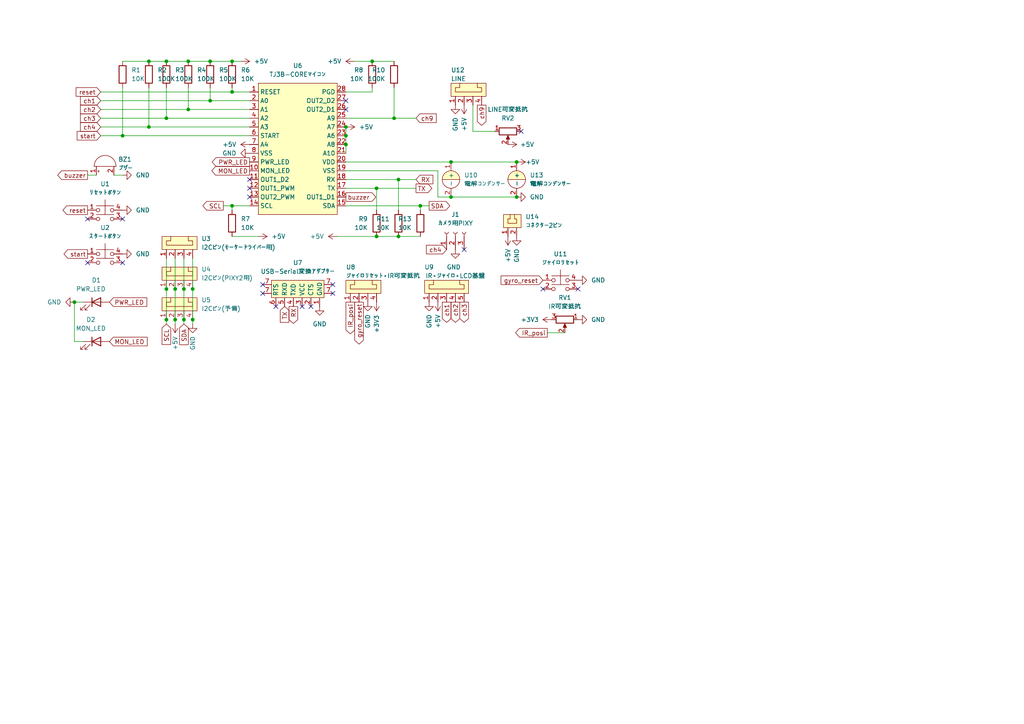
<source format=kicad_sch>
(kicad_sch (version 20211123) (generator eeschema)
  (paper "A4")
  (lib_symbols
    (symbol "Connector:Conn_01x03_Female" (pin_names (offset 1.016) hide)
      (property "Reference" "J" (at 0 5.08 0))
      (property "Value" "Conn_01x03_Female" (at 0 -5.08 0))
      (symbol "Conn_01x03_Female_1_1"
        (arc (start 0 -2.032) (mid -0.508 -2.54) (end 0 -3.048) (stroke (width 0.1524)))
        (polyline (pts (xy -1.27 -2.54) (xy -0.508 -2.54)) (stroke (width 0.1524)))
        (polyline (pts (xy -1.27 0) (xy -0.508 0)) (stroke (width 0.1524)))
        (polyline (pts (xy -1.27 2.54) (xy -0.508 2.54)) (stroke (width 0.1524)))
        (arc (start 0 0.508) (mid -0.508 0) (end 0 -0.508) (stroke (width 0.1524)))
        (arc (start 0 3.048) (mid -0.508 2.54) (end 0 2.032) (stroke (width 0.1524)))
        (pin passive line (at -5.08 2.54 0) (length 3.81) (name "Pin_1") (number "1"))
        (pin passive line (at -5.08 0 0) (length 3.81) (name "Pin_2") (number "2"))
        (pin passive line (at -5.08 -2.54 0) (length 3.81) (name "Pin_3") (number "3"))
      )
    )
    (symbol "Device:Buzzer" (pin_names (offset 0.0254) hide)
      (property "Reference" "BZ" (at 3.81 1.27 0))
      (property "Value" "Buzzer" (at 3.81 -1.27 0))
      (symbol "Buzzer_0_1"
        (arc (start 0 -3.175) (mid 3.175 0) (end 0 3.175))
        (polyline (pts (xy -1.651 1.905) (xy -1.143 1.905)))
        (polyline (pts (xy -1.397 2.159) (xy -1.397 1.651)))
        (polyline (pts (xy 0 3.175) (xy 0 -3.175)))
      )
      (symbol "Buzzer_1_1"
        (pin passive line (at -2.54 2.54 0) (length 2.54) (name "-") (number "1"))
        (pin passive line (at -2.54 -2.54 0) (length 2.54) (name "+") (number "2"))
      )
    )
    (symbol "Device:LED" (pin_numbers hide) (pin_names (offset 1.016) hide)
      (property "Reference" "D" (at 0 2.54 0))
      (property "Value" "LED" (at 0 -2.54 0))
      (symbol "LED_0_1"
        (polyline (pts (xy -1.27 -1.27) (xy -1.27 1.27)) (stroke (width 0.254)))
        (polyline (pts (xy -1.27 0) (xy 1.27 0)))
        (polyline (pts (xy 1.27 -1.27) (xy 1.27 1.27) (xy -1.27 0) (xy 1.27 -1.27)) (stroke (width 0.254)))
        (polyline (pts (xy -3.048 -0.762) (xy -4.572 -2.286) (xy -3.81 -2.286) (xy -4.572 -2.286) (xy -4.572 -1.524)))
        (polyline (pts (xy -1.778 -0.762) (xy -3.302 -2.286) (xy -2.54 -2.286) (xy -3.302 -2.286) (xy -3.302 -1.524)))
      )
      (symbol "LED_1_1"
        (pin passive line (at -3.81 0 0) (length 2.54) (name "K") (number "1"))
        (pin passive line (at 3.81 0 180) (length 2.54) (name "A") (number "2"))
      )
    )
    (symbol "Device:R" (pin_numbers hide) (pin_names (offset 0))
      (property "Reference" "R" (at 2.032 0 90))
      (property "Value" "R" (at 0 0 90))
      (symbol "R_0_1"
        (rectangle (start -1.016 -2.54) (end 1.016 2.54) (stroke (width 0.254)))
      )
      (symbol "R_1_1"
        (pin passive line (at 0 3.81 270) (length 1.27) (name "~") (number "1"))
        (pin passive line (at 0 -3.81 90) (length 1.27) (name "~") (number "2"))
      )
    )
    (symbol "Device:R_Potentiometer" (pin_names (offset 1.016) hide)
      (property "Reference" "RV" (at -4.445 0 90))
      (property "Value" "R_Potentiometer" (at -2.54 0 90))
      (symbol "R_Potentiometer_0_1"
        (polyline (pts (xy 2.54 0) (xy 1.524 0)))
        (polyline (pts (xy 1.143 0) (xy 2.286 0.508) (xy 2.286 -0.508) (xy 1.143 0)) (fill (type outline)))
        (rectangle (start 1.016 2.54) (end -1.016 -2.54) (stroke (width 0.254)))
      )
      (symbol "R_Potentiometer_1_1"
        (pin passive line (at 0 3.81 270) (length 1.27) (name "1") (number "1"))
        (pin passive line (at 3.81 0 180) (length 1.27) (name "2") (number "2"))
        (pin passive line (at 0 -3.81 90) (length 1.27) (name "3") (number "3"))
      )
    )
    (symbol "power:+3V3" (power) (pin_names (offset 0))
      (property "Value" "+3V3" (at 0 3.556 0))
      (symbol "+3V3_0_1"
        (polyline (pts (xy -0.762 1.27) (xy 0 2.54)))
        (polyline (pts (xy 0 0) (xy 0 2.54)))
        (polyline (pts (xy 0 2.54) (xy 0.762 1.27)))
      )
      (symbol "+3V3_1_1"
        (pin power_in line (at 0 0 90) (length 0) hide (name "+3V3") (number "1"))
      )
    )
    (symbol "power:+5V" (power) (pin_names (offset 0))
      (property "Value" "+5V" (at 0 3.556 0))
      (symbol "+5V_0_1"
        (polyline (pts (xy -0.762 1.27) (xy 0 2.54)))
        (polyline (pts (xy 0 0) (xy 0 2.54)))
        (polyline (pts (xy 0 2.54) (xy 0.762 1.27)))
      )
      (symbol "+5V_1_1"
        (pin power_in line (at 0 0 90) (length 0) hide (name "+5V") (number "1"))
      )
    )
    (symbol "power:GND" (power) (pin_names (offset 0))
      (property "Value" "GND" (at 0 -3.81 0))
      (symbol "GND_0_1"
        (polyline (pts (xy 0 0) (xy 0 -1.27) (xy 1.27 -1.27) (xy 0 -2.54) (xy -1.27 -1.27) (xy 0 -1.27)))
      )
      (symbol "GND_1_1"
        (pin power_in line (at 0 0 270) (length 0) hide (name "GND") (number "1"))
      )
    )
    (symbol "自分のシンボルエディター:TJ3B-COREマイコン"
      (property "Reference" "U" (at 10.16 -1.27 0))
      (property "Value" "TJ3B-COREマイコン" (at 0 -1.27 0))
      (symbol "TJ3B-COREマイコン_0_1"
        (rectangle (start -11.43 -2.54) (end 11.43 -40.64) (fill (type background)))
      )
      (symbol "TJ3B-COREマイコン_1_1"
        (pin input line (at -13.97 -5.08 0) (length 2.54) (name "RESET") (number "1"))
        (pin input line (at -13.97 -27.94 0) (length 2.54) (name "MON_LED") (number "10"))
        (pin input line (at -13.97 -30.48 0) (length 2.54) (name "OUT1_D2") (number "11"))
        (pin input line (at -13.97 -33.02 0) (length 2.54) (name "OUT1_PWM") (number "12"))
        (pin input line (at -13.97 -35.56 0) (length 2.54) (name "OUT2_PWM") (number "13"))
        (pin input line (at -13.97 -38.1 0) (length 2.54) (name "SCL") (number "14"))
        (pin input line (at 13.97 -38.1 180) (length 2.54) (name "SDA") (number "15"))
        (pin input line (at 13.97 -35.56 180) (length 2.54) (name "OUT1_D1") (number "16"))
        (pin input line (at 13.97 -33.02 180) (length 2.54) (name "TX") (number "17"))
        (pin input line (at 13.97 -30.48 180) (length 2.54) (name "RX") (number "18"))
        (pin input line (at 13.97 -27.94 180) (length 2.54) (name "VSS") (number "19"))
        (pin input line (at -13.97 -7.62 0) (length 2.54) (name "A0") (number "2"))
        (pin input line (at 13.97 -25.4 180) (length 2.54) (name "VDD") (number "20"))
        (pin input line (at 13.97 -22.86 180) (length 2.54) (name "A10") (number "21"))
        (pin input line (at 13.97 -20.32 180) (length 2.54) (name "A8") (number "22"))
        (pin input line (at 13.97 -17.78 180) (length 2.54) (name "A6") (number "23"))
        (pin input line (at 13.97 -15.24 180) (length 2.54) (name "A7") (number "24"))
        (pin input line (at 13.97 -12.7 180) (length 2.54) (name "A9") (number "25"))
        (pin input line (at 13.97 -10.16 180) (length 2.54) (name "OUT2_D1") (number "26"))
        (pin input line (at 13.97 -7.62 180) (length 2.54) (name "OUT2_D2") (number "27"))
        (pin input line (at 13.97 -5.08 180) (length 2.54) (name "PGD") (number "28"))
        (pin input line (at -13.97 -10.16 0) (length 2.54) (name "A1") (number "3"))
        (pin input line (at -13.97 -12.7 0) (length 2.54) (name "A2") (number "4"))
        (pin input line (at -13.97 -15.24 0) (length 2.54) (name "A3") (number "5"))
        (pin input line (at -13.97 -17.78 0) (length 2.54) (name "START") (number "6"))
        (pin input line (at -13.97 -20.32 0) (length 2.54) (name "A4") (number "7"))
        (pin input line (at -13.97 -22.86 0) (length 2.54) (name "VSS") (number "8"))
        (pin input line (at -13.97 -25.4 0) (length 2.54) (name "PWR_LED") (number "9"))
      )
    )
    (symbol "自分のシンボルエディター:USB-Serial変換アダプター"
      (property "Reference" "U" (at 0 0 0))
      (property "Value" "USB-Serial変換アダプター" (at 0 0 0))
      (symbol "USB-Serial変換アダプター_0_1"
        (rectangle (start -7.62 -2.54) (end 7.62 -7.62) (fill (type background)))
      )
      (symbol "USB-Serial変換アダプター_1_1"
        (pin input line (at 6.35 -10.16 90) (length 2.54) (name "GND") (number "1"))
        (pin input line (at 3.81 -10.16 90) (length 2.54) (name "CTS") (number "2"))
        (pin input line (at 1.27 -10.16 90) (length 2.54) (name "VCC") (number "3"))
        (pin input line (at -1.27 -10.16 90) (length 2.54) (name "TXD") (number "4"))
        (pin input line (at -3.81 -10.16 90) (length 2.54) (name "RXD") (number "5"))
        (pin input line (at -6.35 -10.16 90) (length 2.54) (name "RTS") (number "6"))
        (pin input line (at -10.16 -6.35 0) (length 2.54) (name "") (number "7"))
        (pin input line (at -10.16 -3.81 0) (length 2.54) (name "") (number "7"))
        (pin input line (at 10.16 -6.35 180) (length 2.54) (name "") (number "7"))
        (pin input line (at 10.16 -3.81 180) (length 2.54) (name "") (number "7"))
      )
    )
    (symbol "自分のシンボルエディター:コネクター2ピン"
      (property "Reference" "U" (at 6.35 0 0))
      (property "Value" "コネクター2ピン" (at 0 0 0))
      (symbol "コネクター2ピン_0_1"
        (rectangle (start -2.54 -1.27) (end 2.54 -5.08) (fill (type background)))
        (polyline (pts (xy -0.635 -2.54) (xy -1.27 -2.54)))
        (polyline (pts (xy -0.635 -2.54) (xy -0.635 -1.27)))
        (polyline (pts (xy -1.27 -2.54) (xy -1.27 -3.81) (xy 1.27 -3.81) (xy 1.27 -2.54) (xy 0.635 -2.54) (xy 0.635 -1.27)))
      )
      (symbol "コネクター2ピン_1_1"
        (pin input line (at -1.27 -7.62 90) (length 2.54) (name "") (number "1"))
        (pin input line (at 1.27 -7.62 90) (length 2.54) (name "") (number "2"))
      )
    )
    (symbol "自分のシンボルエディター:コネクター4ピン"
      (property "Reference" "U" (at 6.35 0 0))
      (property "Value" "コネクター4ピン" (at 0 0 0))
      (symbol "コネクター4ピン_0_1"
        (rectangle (start -5.08 -1.27) (end 5.08 -5.08) (fill (type background)))
        (polyline (pts (xy -2.54 -2.54) (xy -2.54 -1.27)))
        (polyline (pts (xy -2.54 -2.54) (xy -3.81 -2.54) (xy -3.81 -3.81) (xy 3.81 -3.81) (xy 3.81 -2.54) (xy 2.54 -2.54) (xy 2.54 -1.27)))
      )
      (symbol "コネクター4ピン_1_1"
        (pin input line (at -3.81 -7.62 90) (length 2.54) (name "") (number "1"))
        (pin input line (at -1.27 -7.62 90) (length 2.54) (name "") (number "2"))
        (pin input line (at 1.27 -7.62 90) (length 2.54) (name "") (number "3"))
        (pin input line (at 3.81 -7.62 90) (length 2.54) (name "") (number "4"))
      )
    )
    (symbol "自分のシンボルエディター:コネクター5ピン"
      (property "Reference" "U" (at 6.35 0 0))
      (property "Value" "コネクター5ピン" (at 0 0 0))
      (symbol "コネクター5ピン_0_1"
        (rectangle (start -6.35 -1.27) (end 6.35 -5.08) (fill (type background)))
        (polyline (pts (xy -3.81 -2.54) (xy -3.81 -1.27)))
        (polyline (pts (xy -3.81 -2.54) (xy -5.08 -2.54) (xy -5.08 -3.81) (xy 5.08 -3.81) (xy 5.08 -2.54) (xy 3.81 -2.54) (xy 3.81 -1.27)))
      )
      (symbol "コネクター5ピン_1_1"
        (pin input line (at -5.08 -7.62 90) (length 2.54) (name "") (number "1"))
        (pin input line (at -2.54 -7.62 90) (length 2.54) (name "") (number "2"))
        (pin input line (at 0 -7.62 90) (length 2.54) (name "") (number "3"))
        (pin input line (at 2.54 -7.62 90) (length 2.54) (name "") (number "4"))
        (pin input line (at 5.08 -7.62 90) (length 2.54) (name "") (number "5"))
      )
    )
    (symbol "自分のシンボルエディター:タクトスイッチ"
      (property "Reference" "U" (at 6.35 0 0))
      (property "Value" "タクトスイッチ" (at 0 0 0))
      (symbol "タクトスイッチ_0_1"
        (circle (center -2.032 -7.62) (radius 0.508))
        (circle (center -2.032 -5.08) (radius 0.508))
        (polyline (pts (xy 0 -6.35) (xy 0 -3.81)))
        (polyline (pts (xy 0 -3.81) (xy 0 -2.032)))
        (polyline (pts (xy 2.54 -6.35) (xy -2.54 -6.35)))
        (polyline (pts (xy 2.54 -3.81) (xy -2.54 -3.81)))
        (circle (center 2.032 -7.62) (radius 0.508))
        (circle (center 2.032 -5.08) (radius 0.508))
      )
      (symbol "タクトスイッチ_1_1"
        (pin input line (at -5.08 -5.08 0) (length 2.54) (name "") (number "1"))
        (pin input line (at -5.08 -7.62 0) (length 2.54) (name "") (number "2"))
        (pin input line (at 5.08 -7.62 180) (length 2.54) (name "") (number "3"))
        (pin input line (at 5.08 -5.08 180) (length 2.54) (name "") (number "4"))
      )
    )
    (symbol "自分のシンボルエディター:電解コンデンサー"
      (property "Reference" "U" (at 7.62 0 0))
      (property "Value" "電解コンデンサー" (at 0 0 0))
      (symbol "電解コンデンサー_0_1"
        (arc (start -2.54 -3.81) (mid -1.7961 -5.6061) (end 0 -6.35) (fill (type background)))
        (arc (start -0.0002 -6.3498) (mid 1.7959 -5.6059) (end 2.5398 -3.8098))
        (arc (start 0 -1.27) (mid -1.7961 -2.0139) (end -2.54 -3.81) (fill (type background)))
        (polyline (pts (xy 0 -1.27) (xy 0 -6.35)))
        (arc (start 2.5398 -3.8102) (mid 1.7959 -2.0141) (end -0.0002 -1.2702))
      )
      (symbol "電解コンデンサー_1_1"
        (pin input line (at -5.08 -3.81 0) (length 2.54) (name "+") (number "1"))
        (pin input line (at 5.08 -3.81 180) (length 2.54) (name "-") (number "2"))
      )
    )
  )
  (junction (at 67.31 59.69))
  (junction (at 55.88 83.82))
  (junction (at 130.81 57.15))
  (junction (at 115.57 52.07))
  (junction (at 121.92 59.69))
  (junction (at 48.26 17.78))
  (junction (at 53.34 92.71))
  (junction (at 60.96 29.21))
  (junction (at 43.18 17.78))
  (junction (at 50.8 83.82))
  (junction (at 100.33 39.37))
  (junction (at 115.57 68.58))
  (junction (at 54.61 31.75))
  (junction (at 60.96 17.78))
  (junction (at 50.8 92.71))
  (junction (at 48.26 83.82))
  (junction (at 107.95 17.78))
  (junction (at 48.26 92.71))
  (junction (at 53.34 83.82))
  (junction (at 114.3 34.29))
  (junction (at 55.88 92.71))
  (junction (at 67.31 17.78))
  (junction (at 35.56 39.37))
  (junction (at 43.18 36.83))
  (junction (at 48.26 34.29))
  (junction (at 109.22 54.61))
  (junction (at 149.86 57.15))
  (junction (at 54.61 17.78))
  (junction (at 130.81 46.99))
  (junction (at 109.22 68.58))
  (junction (at 149.86 46.99))
  (junction (at 100.33 41.91))
  (junction (at 67.31 26.67))
  (junction (at 100.33 36.83))
  (junction (at 21.59 87.63))
  (no_connect (at 72.39 54.61))
  (no_connect (at 80.01 88.9))
  (no_connect (at 151.13 38.1))
  (no_connect (at 87.63 88.9))
  (no_connect (at 96.52 85.09))
  (no_connect (at 72.39 52.07))
  (no_connect (at 76.2 85.09))
  (no_connect (at 76.2 82.55))
  (no_connect (at 25.4 76.2))
  (no_connect (at 35.56 63.5))
  (no_connect (at 72.39 57.15))
  (no_connect (at 100.33 29.21))
  (no_connect (at 134.62 72.39))
  (no_connect (at 167.64 83.82))
  (no_connect (at 100.33 31.75))
  (no_connect (at 90.17 88.9))
  (no_connect (at 35.56 76.2))
  (no_connect (at 96.52 82.55))
  (no_connect (at 157.48 83.82))
  (no_connect (at 25.4 63.5))
  (wire (pts (xy 53.34 92.71) (xy 53.34 93.98)))
  (wire (pts (xy 53.34 74.93) (xy 53.34 83.82)))
  (wire (pts (xy 127 49.53) (xy 127 57.15)))
  (wire (pts (xy 55.88 92.71) (xy 55.88 93.98)))
  (wire (pts (xy 100.33 59.69) (xy 121.92 59.69)))
  (wire (pts (xy 137.16 38.1) (xy 137.16 30.48)))
  (wire (pts (xy 55.88 74.93) (xy 55.88 83.82)))
  (wire (pts (xy 29.21 29.21) (xy 60.96 29.21)))
  (wire (pts (xy 109.22 68.58) (xy 115.57 68.58)))
  (wire (pts (xy 100.33 39.37) (xy 100.33 41.91)))
  (wire (pts (xy 60.96 17.78) (xy 67.31 17.78)))
  (wire (pts (xy 35.56 17.78) (xy 43.18 17.78)))
  (wire (pts (xy 21.59 87.63) (xy 21.59 99.06)))
  (wire (pts (xy 64.77 59.69) (xy 67.31 59.69)))
  (wire (pts (xy 54.61 31.75) (xy 72.39 31.75)))
  (wire (pts (xy 48.26 74.93) (xy 48.26 83.82)))
  (wire (pts (xy 60.96 29.21) (xy 72.39 29.21)))
  (wire (pts (xy 43.18 25.4) (xy 43.18 36.83)))
  (wire (pts (xy 130.81 46.99) (xy 149.86 46.99)))
  (wire (pts (xy 69.85 17.78) (xy 67.31 17.78)))
  (wire (pts (xy 43.18 17.78) (xy 48.26 17.78)))
  (wire (pts (xy 29.21 36.83) (xy 43.18 36.83)))
  (wire (pts (xy 67.31 60.96) (xy 67.31 59.69)))
  (wire (pts (xy 54.61 31.75) (xy 54.61 25.4)))
  (wire (pts (xy 48.26 83.82) (xy 48.26 92.71)))
  (wire (pts (xy 115.57 52.07) (xy 120.65 52.07)))
  (wire (pts (xy 109.22 54.61) (xy 120.65 54.61)))
  (wire (pts (xy 53.34 83.82) (xy 53.34 92.71)))
  (wire (pts (xy 114.3 34.29) (xy 100.33 34.29)))
  (wire (pts (xy 107.95 25.4) (xy 107.95 26.67)))
  (wire (pts (xy 121.92 59.69) (xy 121.92 60.96)))
  (wire (pts (xy 109.22 54.61) (xy 109.22 60.96)))
  (wire (pts (xy 102.87 17.78) (xy 107.95 17.78)))
  (wire (pts (xy 121.92 59.69) (xy 124.46 59.69)))
  (wire (pts (xy 35.56 50.8) (xy 33.02 50.8)))
  (wire (pts (xy 67.31 26.67) (xy 72.39 26.67)))
  (wire (pts (xy 143.51 38.1) (xy 137.16 38.1)))
  (wire (pts (xy 97.79 68.58) (xy 109.22 68.58)))
  (wire (pts (xy 107.95 17.78) (xy 114.3 17.78)))
  (wire (pts (xy 54.61 17.78) (xy 60.96 17.78)))
  (wire (pts (xy 115.57 52.07) (xy 115.57 60.96)))
  (wire (pts (xy 35.56 39.37) (xy 72.39 39.37)))
  (wire (pts (xy 50.8 92.71) (xy 50.8 93.98)))
  (wire (pts (xy 29.21 34.29) (xy 48.26 34.29)))
  (wire (pts (xy 29.21 39.37) (xy 35.56 39.37)))
  (wire (pts (xy 130.81 57.15) (xy 149.86 57.15)))
  (wire (pts (xy 50.8 83.82) (xy 50.8 92.71)))
  (wire (pts (xy 100.33 26.67) (xy 107.95 26.67)))
  (wire (pts (xy 114.3 25.4) (xy 114.3 34.29)))
  (wire (pts (xy 158.75 96.52) (xy 163.83 96.52)))
  (wire (pts (xy 35.56 25.4) (xy 35.56 39.37)))
  (wire (pts (xy 21.59 87.63) (xy 24.13 87.63)))
  (wire (pts (xy 100.33 46.99) (xy 130.81 46.99)))
  (wire (pts (xy 100.33 41.91) (xy 100.33 44.45)))
  (wire (pts (xy 67.31 59.69) (xy 72.39 59.69)))
  (wire (pts (xy 48.26 92.71) (xy 48.26 93.98)))
  (wire (pts (xy 67.31 68.58) (xy 74.93 68.58)))
  (wire (pts (xy 60.96 25.4) (xy 60.96 29.21)))
  (wire (pts (xy 50.8 74.93) (xy 50.8 83.82)))
  (wire (pts (xy 120.65 34.29) (xy 114.3 34.29)))
  (wire (pts (xy 29.21 26.67) (xy 67.31 26.67)))
  (wire (pts (xy 29.21 31.75) (xy 54.61 31.75)))
  (wire (pts (xy 27.94 50.8) (xy 25.4 50.8)))
  (wire (pts (xy 115.57 68.58) (xy 121.92 68.58)))
  (wire (pts (xy 100.33 36.83) (xy 100.33 39.37)))
  (wire (pts (xy 21.59 99.06) (xy 24.13 99.06)))
  (wire (pts (xy 55.88 83.82) (xy 55.88 92.71)))
  (wire (pts (xy 127 57.15) (xy 130.81 57.15)))
  (wire (pts (xy 48.26 34.29) (xy 72.39 34.29)))
  (wire (pts (xy 43.18 36.83) (xy 72.39 36.83)))
  (wire (pts (xy 48.26 17.78) (xy 54.61 17.78)))
  (wire (pts (xy 100.33 54.61) (xy 109.22 54.61)))
  (wire (pts (xy 67.31 25.4) (xy 67.31 26.67)))
  (wire (pts (xy 100.33 49.53) (xy 127 49.53)))
  (wire (pts (xy 100.33 52.07) (xy 115.57 52.07)))
  (wire (pts (xy 48.26 34.29) (xy 48.26 25.4)))
  (global_label "PWR_LED" (shape input) (at 31.75 87.63 0) (property "Intersheet References" "${INTERSHEET_REFS}" (effects hide)))
  (global_label "IR_posi" (shape output) (at 101.6 87.63 270) (property "Intersheet References" "${INTERSHEET_REFS}" (effects hide)))
  (global_label "gyro_reset" (shape input) (at 157.48 81.28 180) (property "Intersheet References" "${INTERSHEET_REFS}" (effects hide)))
  (global_label "start" (shape output) (at 25.4 73.66 180) (property "Intersheet References" "${INTERSHEET_REFS}" (effects hide)))
  (global_label "ch2" (shape input) (at 29.21 31.75 180) (property "Intersheet References" "${INTERSHEET_REFS}" (effects hide)))
  (global_label "ch3" (shape output) (at 134.62 87.63 270) (property "Intersheet References" "${INTERSHEET_REFS}" (effects hide)))
  (global_label "SDA" (shape input) (at 53.34 93.98 270) (property "Intersheet References" "${INTERSHEET_REFS}" (effects hide)))
  (global_label "ch4" (shape input) (at 129.54 72.39 180) (property "Intersheet References" "${INTERSHEET_REFS}" (effects hide)))
  (global_label "ch1" (shape input) (at 29.21 29.21 180) (property "Intersheet References" "${INTERSHEET_REFS}" (effects hide)))
  (global_label "SCL" (shape output) (at 64.77 59.69 180) (property "Intersheet References" "${INTERSHEET_REFS}" (effects hide)))
  (global_label "reset" (shape input) (at 29.21 26.67 180) (property "Intersheet References" "${INTERSHEET_REFS}" (effects hide)))
  (global_label "ch9" (shape input) (at 120.65 34.29 0) (property "Intersheet References" "${INTERSHEET_REFS}" (effects hide)))
  (global_label "ch4" (shape input) (at 29.21 36.83 180) (property "Intersheet References" "${INTERSHEET_REFS}" (effects hide)))
  (global_label "ch2" (shape output) (at 132.08 87.63 270) (property "Intersheet References" "${INTERSHEET_REFS}" (effects hide)))
  (global_label "TX" (shape input) (at 82.55 88.9 270) (property "Intersheet References" "${INTERSHEET_REFS}" (effects hide)))
  (global_label "buzzer" (shape output) (at 25.4 50.8 180) (property "Intersheet References" "${INTERSHEET_REFS}" (effects hide)))
  (global_label "IR_posi" (shape output) (at 158.75 96.52 180) (property "Intersheet References" "${INTERSHEET_REFS}" (effects hide)))
  (global_label "ch3" (shape input) (at 29.21 34.29 180) (property "Intersheet References" "${INTERSHEET_REFS}" (effects hide)))
  (global_label "MON_LED" (shape input) (at 31.75 99.06 0) (property "Intersheet References" "${INTERSHEET_REFS}" (effects hide)))
  (global_label "buzzer" (shape output) (at 100.33 57.15 0) (property "Intersheet References" "${INTERSHEET_REFS}" (effects hide)))
  (global_label "PWR_LED" (shape output) (at 72.39 46.99 180) (property "Intersheet References" "${INTERSHEET_REFS}" (effects hide)))
  (global_label "RX" (shape input) (at 120.65 52.07 0) (property "Intersheet References" "${INTERSHEET_REFS}" (effects hide)))
  (global_label "reset" (shape output) (at 25.4 60.96 180) (property "Intersheet References" "${INTERSHEET_REFS}" (effects hide)))
  (global_label "SCL" (shape input) (at 48.26 93.98 270) (property "Intersheet References" "${INTERSHEET_REFS}" (effects hide)))
  (global_label "start" (shape input) (at 29.21 39.37 180) (property "Intersheet References" "${INTERSHEET_REFS}" (effects hide)))
  (global_label "MON_LED" (shape output) (at 72.39 49.53 180) (property "Intersheet References" "${INTERSHEET_REFS}" (effects hide)))
  (global_label "SDA" (shape output) (at 124.46 59.69 0) (property "Intersheet References" "${INTERSHEET_REFS}" (effects hide)))
  (global_label "gyro_reset" (shape output) (at 104.14 87.63 270) (property "Intersheet References" "${INTERSHEET_REFS}" (effects hide)))
  (global_label "RX" (shape output) (at 85.09 88.9 270) (property "Intersheet References" "${INTERSHEET_REFS}" (effects hide)))
  (global_label "TX" (shape output) (at 120.65 54.61 0) (property "Intersheet References" "${INTERSHEET_REFS}" (effects hide)))
  (global_label "ch1" (shape output) (at 129.54 87.63 270) (property "Intersheet References" "${INTERSHEET_REFS}" (effects hide)))
  (global_label "ch9" (shape output) (at 139.7 30.48 270) (property "Intersheet References" "${INTERSHEET_REFS}" (effects hide)))
  (symbol (lib_id "power:GND") (at 35.56 60.96 90) (unit 1)
    (property "Reference" "#PWR0111" (effects hide))
    (property "Value" "GND" (at 39.37 60.9599 90) (effects (justify right)))
  )
  (symbol (lib_id "power:+5V") (at 97.79 68.58 90) (mirror x) (unit 1)
    (property "Reference" "#PWR0101" (effects hide))
    (property "Value" "+5V" (at 93.98 68.5799 90) (effects (justify left)))
  )
  (symbol (lib_id "Device:R_Potentiometer") (at 163.83 92.71 270) (unit 1)
    (property "Reference" "RV1" (at 163.83 86.36 90))
    (property "Value" "IR可変抵抗" (at 163.83 88.9 90))
    (property "Footprint" "R_Potentiometer:Potentiometer" (effects hide))
  )
  (symbol (lib_id "power:+5V") (at 50.8 93.98 180) (unit 1)
    (property "Reference" "#PWR0106" (effects hide))
    (property "Value" "+5V" (at 50.8 101.6 90) (effects (justify right)))
  )
  (symbol (lib_id "Device:R") (at 60.96 21.59 180) (unit 1)
    (property "Reference" "R5" (at 63.5 20.3199 0) (effects (justify right)))
    (property "Value" "100K" (at 63.5 22.8599 0) (effects (justify right)))
    (property "Footprint" "自分のフットプリント:抵抗" (effects hide))
  )
  (symbol (lib_id "Device:R") (at 107.95 21.59 0) (mirror x) (unit 1)
    (property "Reference" "R8" (at 105.41 20.3199 0) (effects (justify right)))
    (property "Value" "10K" (at 105.41 22.8599 0) (effects (justify right)))
    (property "Footprint" "自分のフットプリント:抵抗" (effects hide))
  )
  (symbol (lib_id "power:GND") (at 149.86 68.58 0) (unit 1)
    (property "Reference" "#PWR0129" (effects hide))
    (property "Value" "GND" (at 149.86 76.2 90) (effects (justify left)))
  )
  (symbol (lib_id "power:+3V3") (at 160.02 92.71 90) (unit 1)
    (property "Reference" "#PWR0123" (effects hide))
    (property "Value" "+3V3" (at 153.67 92.71 90))
  )
  (symbol (lib_id "自分のシンボルエディター:タクトスイッチ") (at 30.48 55.88 0) (unit 1)
    (property "Reference" "U1" (at 30.48 53.34 0))
    (property "Value" "リセットボタン" (at 30.48 55.88 0))
    (property "Footprint" "自分のフットプリント:タクトスイッチ" (effects hide))
  )
  (symbol (lib_id "Connector:Conn_01x03_Female") (at 132.08 67.31 90) (unit 1)
    (property "Reference" "J1" (at 132.08 62.23 90))
    (property "Value" "カメラ用PIXY" (at 132.08 64.77 90))
    (property "Footprint" "Connector_PinSocket_2.54mm:PinSocket_1x03_P2.54mm_Vertical" (effects hide))
  )
  (symbol (lib_id "power:+5V") (at 102.87 17.78 90) (mirror x) (unit 1)
    (property "Reference" "#PWR0110" (effects hide))
    (property "Value" "+5V" (at 99.06 17.7799 90) (effects (justify left)))
  )
  (symbol (lib_id "power:+5V") (at 134.62 30.48 0) (mirror x) (unit 1)
    (property "Reference" "#PWR0126" (effects hide))
    (property "Value" "+5V" (at 134.62 38.1 90) (effects (justify right)))
  )
  (symbol (lib_id "自分のシンボルエディター:コネクター4ピン") (at 52.07 76.2 0) (unit 1)
    (property "Reference" "U4" (at 58.42 78.1049 0) (effects (justify left)))
    (property "Value" "I2Cピン(PIXY2用)" (at 58.42 80.6449 0) (effects (justify left)))
    (property "Footprint" "自分のフットプリント:コネクター4ピン" (effects hide))
  )
  (symbol (lib_id "power:GND") (at 132.08 30.48 0) (unit 1)
    (property "Reference" "#PWR0125" (effects hide))
    (property "Value" "GND" (at 132.08 38.1 90) (effects (justify left)))
  )
  (symbol (lib_id "power:+5V") (at 69.85 17.78 270) (unit 1)
    (property "Reference" "#PWR0109" (effects hide))
    (property "Value" "+5V" (at 73.66 17.7799 90) (effects (justify left)))
  )
  (symbol (lib_id "power:GND") (at 167.64 81.28 90) (unit 1)
    (property "Reference" "#PWR0121" (effects hide))
    (property "Value" "GND" (at 171.45 81.2799 90) (effects (justify right)))
  )
  (symbol (lib_id "Device:LED") (at 27.94 99.06 0) (unit 1)
    (property "Reference" "D2" (at 26.3525 92.71 0))
    (property "Value" "MON_LED" (at 26.3525 95.25 0))
    (property "Footprint" "Connector_PinSocket_2.54mm:PinSocket_1x02_P2.54mm_Vertical" (effects hide))
  )
  (symbol (lib_id "power:+5V") (at 147.32 68.58 0) (mirror x) (unit 1)
    (property "Reference" "#PWR0128" (effects hide))
    (property "Value" "+5V" (at 147.32 76.2 90) (effects (justify right)))
  )
  (symbol (lib_id "power:+5V") (at 74.93 68.58 270) (unit 1)
    (property "Reference" "#PWR0103" (effects hide))
    (property "Value" "+5V" (at 78.74 68.5799 90) (effects (justify left)))
  )
  (symbol (lib_id "Device:R") (at 109.22 64.77 0) (mirror x) (unit 1)
    (property "Reference" "R9" (at 106.68 63.4999 0) (effects (justify right)))
    (property "Value" "10K" (at 106.68 66.0399 0) (effects (justify right)))
    (property "Footprint" "自分のフットプリント:抵抗" (effects hide))
  )
  (symbol (lib_id "power:GND") (at 106.68 87.63 0) (unit 1)
    (property "Reference" "#PWR0117" (effects hide))
    (property "Value" "GND" (at 106.68 95.25 90) (effects (justify left)))
  )
  (symbol (lib_id "power:+5V") (at 147.32 41.91 270) (unit 1)
    (property "Reference" "#PWR0127" (effects hide))
    (property "Value" "+5V" (at 154.94 41.91 90) (effects (justify right)))
  )
  (symbol (lib_id "power:GND") (at 167.64 92.71 90) (unit 1)
    (property "Reference" "#PWR0122" (effects hide))
    (property "Value" "GND" (at 171.45 92.7099 90) (effects (justify right)))
  )
  (symbol (lib_id "power:GND") (at 92.71 88.9 0) (unit 1)
    (property "Reference" "#PWR0102" (effects hide))
    (property "Value" "GND" (at 92.71 93.98 0))
  )
  (symbol (lib_id "自分のシンボルエディター:タクトスイッチ") (at 30.48 68.58 0) (unit 1)
    (property "Reference" "U2" (at 30.48 66.04 0))
    (property "Value" "スタートボタン" (at 30.48 68.58 0))
    (property "Footprint" "自分のフットプリント:タクトスイッチ" (effects hide))
  )
  (symbol (lib_id "power:GND") (at 124.46 87.63 0) (unit 1)
    (property "Reference" "#PWR0116" (effects hide))
    (property "Value" "GND" (at 124.46 95.25 90) (effects (justify left)))
  )
  (symbol (lib_id "自分のシンボルエディター:電解コンデンサー") (at 153.67 52.07 270) (unit 1)
    (property "Reference" "U13" (at 153.67 50.7999 90) (effects (justify left)))
    (property "Value" "電解コンデンサー" (at 153.67 53.3399 90) (effects (justify left)))
    (property "Footprint" "自分のフットプリント:電解コンデンサー" (effects hide))
  )
  (symbol (lib_id "Device:R_Potentiometer") (at 147.32 38.1 90) (mirror x) (unit 1)
    (property "Reference" "RV2" (at 147.32 34.29 90))
    (property "Value" "LINE可変抵抗" (at 147.32 31.75 90))
    (property "Footprint" "R_Potentiometer:Potentiometer" (effects hide))
  )
  (symbol (lib_id "power:GND") (at 132.08 72.39 0) (unit 1)
    (property "Reference" "#PWR0119" (effects hide))
    (property "Value" "GND" (at 129.54 77.47 0) (effects (justify left)))
  )
  (symbol (lib_id "自分のシンボルエディター:電解コンデンサー") (at 134.62 52.07 270) (unit 1)
    (property "Reference" "U10" (at 134.62 50.7999 90) (effects (justify left)))
    (property "Value" "電解コンデンサー" (at 134.62 53.3399 90) (effects (justify left)))
    (property "Footprint" "自分のフットプリント:電解コンデンサー" (effects hide))
  )
  (symbol (lib_id "自分のシンボルエディター:コネクター4ピン") (at 105.41 80.01 0) (unit 1)
    (property "Reference" "U8" (at 100.33 77.47 0) (effects (justify left)))
    (property "Value" "ジャイロリセット・IR可変抵抗" (at 100.33 80.01 0) (effects (justify left)))
    (property "Footprint" "自分のフットプリント:コネクター4ピン" (effects hide))
  )
  (symbol (lib_id "自分のシンボルエディター:コネクター4ピン") (at 52.07 67.31 0) (unit 1)
    (property "Reference" "U3" (at 58.42 69.2149 0) (effects (justify left)))
    (property "Value" "I2Cピン(モータードライバー用)" (at 58.42 71.7549 0) (effects (justify left)))
    (property "Footprint" "自分のフットプリント:L字コネクター4ピン" (effects hide))
  )
  (symbol (lib_id "Device:R") (at 67.31 21.59 180) (unit 1)
    (property "Reference" "R6" (at 69.85 20.3199 0) (effects (justify right)))
    (property "Value" "10K" (at 69.85 22.8599 0) (effects (justify right)))
    (property "Footprint" "自分のフットプリント:抵抗" (effects hide))
  )
  (symbol (lib_id "自分のシンボルエディター:コネクター4ピン") (at 135.89 22.86 0) (unit 1)
    (property "Reference" "U12" (at 130.81 20.32 0) (effects (justify left)))
    (property "Value" "LINE" (at 130.81 22.86 0) (effects (justify left)))
    (property "Footprint" "自分のフットプリント:L字コネクター4ピン" (effects hide))
  )
  (symbol (lib_id "power:+5V") (at 127 87.63 0) (mirror x) (unit 1)
    (property "Reference" "#PWR0115" (effects hide))
    (property "Value" "+5V" (at 127 95.25 90) (effects (justify right)))
  )
  (symbol (lib_id "power:GND") (at 35.56 50.8 90) (unit 1)
    (property "Reference" "#PWR0112" (effects hide))
    (property "Value" "GND" (at 39.37 50.7999 90) (effects (justify right)))
  )
  (symbol (lib_id "power:GND") (at 72.39 44.45 270) (unit 1)
    (property "Reference" "#PWR0108" (effects hide))
    (property "Value" "GND" (at 68.58 44.4499 90) (effects (justify right)))
  )
  (symbol (lib_id "power:GND") (at 35.56 73.66 90) (unit 1)
    (property "Reference" "#PWR0104" (effects hide))
    (property "Value" "GND" (at 39.37 73.6599 90) (effects (justify right)))
  )
  (symbol (lib_id "power:+5V") (at 100.33 36.83 270) (mirror x) (unit 1)
    (property "Reference" "#PWR0120" (effects hide))
    (property "Value" "+5V" (at 104.14 36.8299 90) (effects (justify left)))
  )
  (symbol (lib_id "Device:R") (at 54.61 21.59 180) (unit 1)
    (property "Reference" "R4" (at 57.15 20.3199 0) (effects (justify right)))
    (property "Value" "100K" (at 57.15 22.8599 0) (effects (justify right)))
    (property "Footprint" "自分のフットプリント:抵抗" (effects hide))
  )
  (symbol (lib_id "自分のシンボルエディター:タクトスイッチ") (at 162.56 76.2 0) (unit 1)
    (property "Reference" "U11" (at 162.56 73.66 0))
    (property "Value" "ジャイロリセット" (at 162.56 76.2 0))
    (property "Footprint" "自分のフットプリント:タクトスイッチ" (effects hide))
  )
  (symbol (lib_id "自分のシンボルエディター:コネクター4ピン") (at 52.07 85.09 0) (unit 1)
    (property "Reference" "U5" (at 58.42 86.9949 0) (effects (justify left)))
    (property "Value" "I2Cピン(予備)" (at 58.42 89.5349 0) (effects (justify left)))
    (property "Footprint" "自分のフットプリント:コネクター4ピン" (effects hide))
  )
  (symbol (lib_id "power:GND") (at 55.88 93.98 0) (unit 1)
    (property "Reference" "#PWR0105" (effects hide))
    (property "Value" "GND" (at 55.88 101.6 90) (effects (justify left)))
  )
  (symbol (lib_id "Device:R") (at 67.31 64.77 180) (unit 1)
    (property "Reference" "R7" (at 69.85 63.4999 0) (effects (justify right)))
    (property "Value" "10K" (at 69.85 66.0399 0) (effects (justify right)))
    (property "Footprint" "自分のフットプリント:抵抗" (effects hide))
  )
  (symbol (lib_id "power:GND") (at 149.86 57.15 90) (unit 1)
    (property "Reference" "#PWR0114" (effects hide))
    (property "Value" "GND" (at 153.67 57.1499 90) (effects (justify right)))
  )
  (symbol (lib_id "Device:R") (at 43.18 21.59 180) (unit 1)
    (property "Reference" "R2" (at 45.72 20.3199 0) (effects (justify right)))
    (property "Value" "100K" (at 45.72 22.8599 0) (effects (justify right)))
    (property "Footprint" "自分のフットプリント:抵抗" (effects hide))
  )
  (symbol (lib_id "Device:R") (at 35.56 21.59 180) (unit 1)
    (property "Reference" "R1" (at 38.1 20.3199 0) (effects (justify right)))
    (property "Value" "10K" (at 38.1 22.8599 0) (effects (justify right)))
    (property "Footprint" "自分のフットプリント:抵抗" (effects hide))
  )
  (symbol (lib_id "自分のシンボルエディター:TJ3B-COREマイコン") (at 86.36 21.59 0) (unit 1)
    (property "Reference" "U6" (at 86.36 19.05 0))
    (property "Value" "TJ3B-COREマイコン" (at 86.36 21.59 0))
    (property "Footprint" "自分のフットプリント:TJ3B-COREマイコン" (effects hide))
  )
  (symbol (lib_id "自分のシンボルエディター:コネクター5ピン") (at 129.54 80.01 0) (unit 1)
    (property "Reference" "U9" (at 124.46 77.47 0))
    (property "Value" "IR・ジャイロ・LCD基盤" (at 132.08 80.01 0))
    (property "Footprint" "自分のフットプリント:L字コネクター5ピン" (effects hide))
  )
  (symbol (lib_id "Device:R") (at 115.57 64.77 0) (mirror x) (unit 1)
    (property "Reference" "R11" (at 113.03 63.4999 0) (effects (justify right)))
    (property "Value" "10K" (at 113.03 66.0399 0) (effects (justify right)))
    (property "Footprint" "自分のフットプリント:抵抗" (effects hide))
  )
  (symbol (lib_id "power:+5V") (at 149.86 46.99 270) (mirror x) (unit 1)
    (property "Reference" "#PWR0113" (effects hide))
    (property "Value" "+5V" (at 152.4 46.9901 90) (effects (justify left)))
  )
  (symbol (lib_id "Device:R") (at 121.92 64.77 0) (mirror x) (unit 1)
    (property "Reference" "R13" (at 119.38 63.4999 0) (effects (justify right)))
    (property "Value" "10K" (at 119.38 66.0399 0) (effects (justify right)))
    (property "Footprint" "自分のフットプリント:抵抗" (effects hide))
  )
  (symbol (lib_id "power:+5V") (at 72.39 41.91 90) (mirror x) (unit 1)
    (property "Reference" "#PWR0124" (effects hide))
    (property "Value" "+5V" (at 68.58 41.9099 90) (effects (justify left)))
  )
  (symbol (lib_id "Device:Buzzer") (at 30.48 48.26 90) (unit 1)
    (property "Reference" "BZ1" (at 34.29 46.2279 90) (effects (justify right)))
    (property "Value" "ブザー" (at 34.29 48.7679 90) (effects (justify right)))
    (property "Footprint" "自分のフットプリント:ブザー" (effects hide))
  )
  (symbol (lib_id "power:+3V3") (at 109.22 87.63 180) (unit 1)
    (property "Reference" "#PWR0118" (effects hide))
    (property "Value" "+3V3" (at 109.22 93.98 90))
  )
  (symbol (lib_id "自分のシンボルエディター:USB-Serial変換アダプター") (at 86.36 78.74 0) (unit 1)
    (property "Reference" "U7" (at 86.36 76.2 0))
    (property "Value" "USB-Serial変換アダプター" (at 86.36 78.74 0))
    (property "Footprint" "自分のフットプリント:USB-Serial変換アダプター" (effects hide))
  )
  (symbol (lib_id "Device:R") (at 114.3 21.59 0) (mirror x) (unit 1)
    (property "Reference" "R10" (at 111.76 20.3199 0) (effects (justify right)))
    (property "Value" "100K" (at 111.76 22.8599 0) (effects (justify right)))
    (property "Footprint" "自分のフットプリント:抵抗" (effects hide))
  )
  (symbol (lib_id "power:GND") (at 21.59 87.63 270) (unit 1)
    (property "Reference" "#PWR0107" (effects hide))
    (property "Value" "GND" (at 17.78 87.6299 90) (effects (justify right)))
  )
  (symbol (lib_id "自分のシンボルエディター:コネクター2ピン") (at 148.59 60.96 0) (unit 1)
    (property "Reference" "U14" (at 152.4 62.8649 0) (effects (justify left)))
    (property "Value" "コネクター2ピン" (at 152.4 65.4049 0) (effects (justify left)))
    (property "Footprint" "自分のフットプリント:L字コネクター2ピン" (effects hide))
  )
  (symbol (lib_id "Device:LED") (at 27.94 87.63 0) (unit 1)
    (property "Reference" "D1" (at 27.94 81.28 0))
    (property "Value" "PWR_LED" (at 26.3525 83.82 0))
    (property "Footprint" "Connector_PinSocket_2.54mm:PinSocket_1x02_P2.54mm_Vertical" (effects hide))
  )
  (symbol (lib_id "Device:R") (at 48.26 21.59 180) (unit 1)
    (property "Reference" "R3" (at 50.8 20.3199 0) (effects (justify right)))
    (property "Value" "100K" (at 50.8 22.8599 0) (effects (justify right)))
    (property "Footprint" "自分のフットプリント:抵抗" (effects hide))
  )
)
</source>
